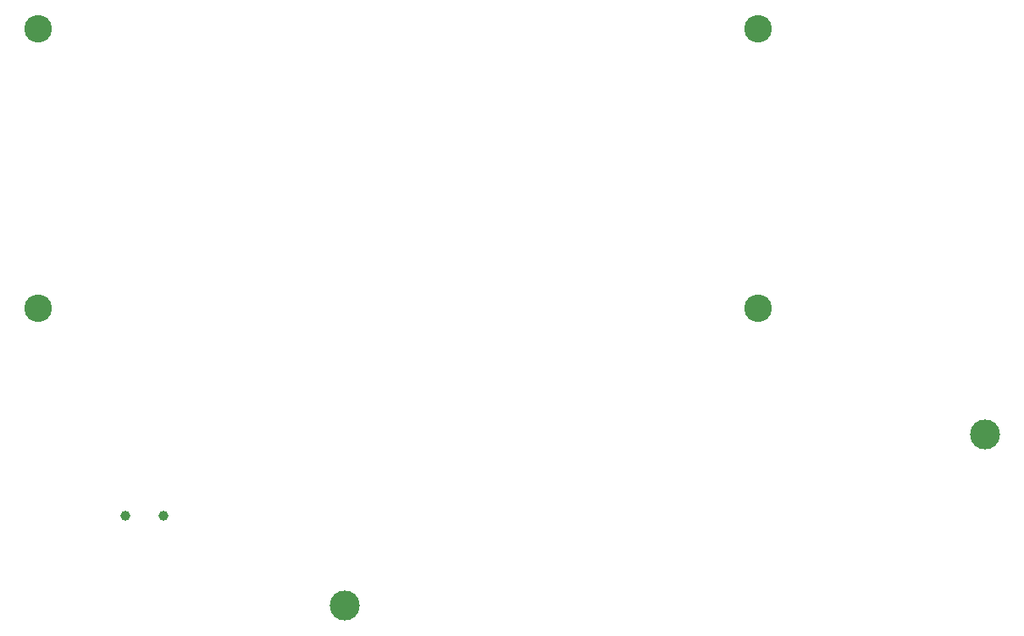
<source format=gbr>
%TF.GenerationSoftware,Altium Limited,Altium Designer,18.1.9 (240)*%
G04 Layer_Color=0*
%FSLAX26Y26*%
%MOIN*%
%TF.FileFunction,NonPlated,1,2,NPTH,Drill*%
%TF.Part,Single*%
G01*
G75*
%TA.AperFunction,ComponentDrill*%
%ADD99C,0.108268*%
%ADD100C,0.118110*%
%ADD101C,0.118110*%
%ADD102C,0.039370*%
D99*
X448189Y2154528D02*
D03*
X3282835D02*
D03*
Y1052165D02*
D03*
X448189D02*
D03*
D100*
X4173228Y555118D02*
D03*
D101*
X1653543Y-118110D02*
D03*
D102*
X791142Y236220D02*
D03*
X941142D02*
D03*
%TF.MD5,6138f2231f071d50507925b6c7d41e5f*%
M02*

</source>
